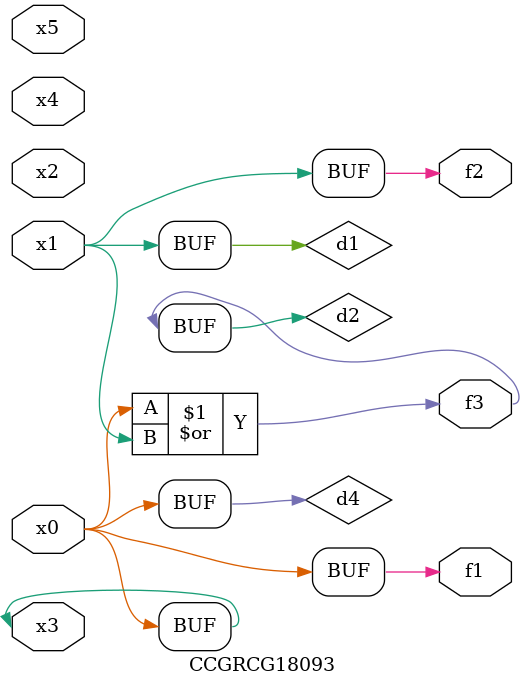
<source format=v>
module CCGRCG18093(
	input x0, x1, x2, x3, x4, x5,
	output f1, f2, f3
);

	wire d1, d2, d3, d4;

	and (d1, x1);
	or (d2, x0, x1);
	nand (d3, x0, x5);
	buf (d4, x0, x3);
	assign f1 = d4;
	assign f2 = d1;
	assign f3 = d2;
endmodule

</source>
